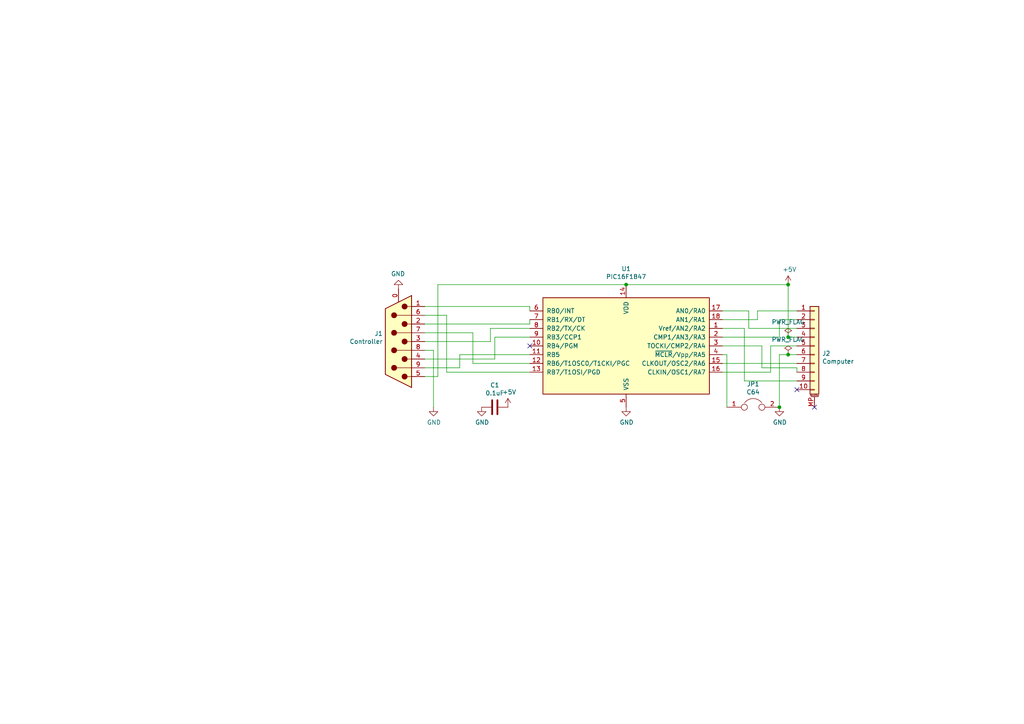
<source format=kicad_sch>
(kicad_sch
	(version 20231120)
	(generator "eeschema")
	(generator_version "8.0")
	(uuid "a08a9e43-e730-4bc0-9d66-cd3eee0e8ada")
	(paper "A4")
	(title_block
		(title "Sega Adapter")
		(date "2021-07-06")
		(rev "3")
	)
	(lib_symbols
		(symbol "Connector_Generic_MountingPin:Conn_01x10_MountingPin"
			(pin_names
				(offset 1.016) hide)
			(exclude_from_sim no)
			(in_bom yes)
			(on_board yes)
			(property "Reference" "J"
				(at 0 12.7 0)
				(effects
					(font
						(size 1.27 1.27)
					)
				)
			)
			(property "Value" "Conn_01x10_MountingPin"
				(at 1.27 -15.24 0)
				(effects
					(font
						(size 1.27 1.27)
					)
					(justify left)
				)
			)
			(property "Footprint" ""
				(at 0 0 0)
				(effects
					(font
						(size 1.27 1.27)
					)
					(hide yes)
				)
			)
			(property "Datasheet" "~"
				(at 0 0 0)
				(effects
					(font
						(size 1.27 1.27)
					)
					(hide yes)
				)
			)
			(property "Description" "Generic connectable mounting pin connector, single row, 01x10, script generated (kicad-library-utils/schlib/autogen/connector/)"
				(at 0 0 0)
				(effects
					(font
						(size 1.27 1.27)
					)
					(hide yes)
				)
			)
			(property "ki_keywords" "connector"
				(at 0 0 0)
				(effects
					(font
						(size 1.27 1.27)
					)
					(hide yes)
				)
			)
			(property "ki_fp_filters" "Connector*:*_1x??-1MP*"
				(at 0 0 0)
				(effects
					(font
						(size 1.27 1.27)
					)
					(hide yes)
				)
			)
			(symbol "Conn_01x10_MountingPin_1_1"
				(rectangle
					(start -1.27 -12.573)
					(end 0 -12.827)
					(stroke
						(width 0.1524)
						(type default)
					)
					(fill
						(type none)
					)
				)
				(rectangle
					(start -1.27 -10.033)
					(end 0 -10.287)
					(stroke
						(width 0.1524)
						(type default)
					)
					(fill
						(type none)
					)
				)
				(rectangle
					(start -1.27 -7.493)
					(end 0 -7.747)
					(stroke
						(width 0.1524)
						(type default)
					)
					(fill
						(type none)
					)
				)
				(rectangle
					(start -1.27 -4.953)
					(end 0 -5.207)
					(stroke
						(width 0.1524)
						(type default)
					)
					(fill
						(type none)
					)
				)
				(rectangle
					(start -1.27 -2.413)
					(end 0 -2.667)
					(stroke
						(width 0.1524)
						(type default)
					)
					(fill
						(type none)
					)
				)
				(rectangle
					(start -1.27 0.127)
					(end 0 -0.127)
					(stroke
						(width 0.1524)
						(type default)
					)
					(fill
						(type none)
					)
				)
				(rectangle
					(start -1.27 2.667)
					(end 0 2.413)
					(stroke
						(width 0.1524)
						(type default)
					)
					(fill
						(type none)
					)
				)
				(rectangle
					(start -1.27 5.207)
					(end 0 4.953)
					(stroke
						(width 0.1524)
						(type default)
					)
					(fill
						(type none)
					)
				)
				(rectangle
					(start -1.27 7.747)
					(end 0 7.493)
					(stroke
						(width 0.1524)
						(type default)
					)
					(fill
						(type none)
					)
				)
				(rectangle
					(start -1.27 10.287)
					(end 0 10.033)
					(stroke
						(width 0.1524)
						(type default)
					)
					(fill
						(type none)
					)
				)
				(rectangle
					(start -1.27 11.43)
					(end 1.27 -13.97)
					(stroke
						(width 0.254)
						(type default)
					)
					(fill
						(type background)
					)
				)
				(polyline
					(pts
						(xy -1.016 -14.732) (xy 1.016 -14.732)
					)
					(stroke
						(width 0.1524)
						(type default)
					)
					(fill
						(type none)
					)
				)
				(text "Mounting"
					(at 0 -14.351 0)
					(effects
						(font
							(size 0.381 0.381)
						)
					)
				)
				(pin passive line
					(at -5.08 10.16 0)
					(length 3.81)
					(name "Pin_1"
						(effects
							(font
								(size 1.27 1.27)
							)
						)
					)
					(number "1"
						(effects
							(font
								(size 1.27 1.27)
							)
						)
					)
				)
				(pin passive line
					(at -5.08 -12.7 0)
					(length 3.81)
					(name "Pin_10"
						(effects
							(font
								(size 1.27 1.27)
							)
						)
					)
					(number "10"
						(effects
							(font
								(size 1.27 1.27)
							)
						)
					)
				)
				(pin passive line
					(at -5.08 7.62 0)
					(length 3.81)
					(name "Pin_2"
						(effects
							(font
								(size 1.27 1.27)
							)
						)
					)
					(number "2"
						(effects
							(font
								(size 1.27 1.27)
							)
						)
					)
				)
				(pin passive line
					(at -5.08 5.08 0)
					(length 3.81)
					(name "Pin_3"
						(effects
							(font
								(size 1.27 1.27)
							)
						)
					)
					(number "3"
						(effects
							(font
								(size 1.27 1.27)
							)
						)
					)
				)
				(pin passive line
					(at -5.08 2.54 0)
					(length 3.81)
					(name "Pin_4"
						(effects
							(font
								(size 1.27 1.27)
							)
						)
					)
					(number "4"
						(effects
							(font
								(size 1.27 1.27)
							)
						)
					)
				)
				(pin passive line
					(at -5.08 0 0)
					(length 3.81)
					(name "Pin_5"
						(effects
							(font
								(size 1.27 1.27)
							)
						)
					)
					(number "5"
						(effects
							(font
								(size 1.27 1.27)
							)
						)
					)
				)
				(pin passive line
					(at -5.08 -2.54 0)
					(length 3.81)
					(name "Pin_6"
						(effects
							(font
								(size 1.27 1.27)
							)
						)
					)
					(number "6"
						(effects
							(font
								(size 1.27 1.27)
							)
						)
					)
				)
				(pin passive line
					(at -5.08 -5.08 0)
					(length 3.81)
					(name "Pin_7"
						(effects
							(font
								(size 1.27 1.27)
							)
						)
					)
					(number "7"
						(effects
							(font
								(size 1.27 1.27)
							)
						)
					)
				)
				(pin passive line
					(at -5.08 -7.62 0)
					(length 3.81)
					(name "Pin_8"
						(effects
							(font
								(size 1.27 1.27)
							)
						)
					)
					(number "8"
						(effects
							(font
								(size 1.27 1.27)
							)
						)
					)
				)
				(pin passive line
					(at -5.08 -10.16 0)
					(length 3.81)
					(name "Pin_9"
						(effects
							(font
								(size 1.27 1.27)
							)
						)
					)
					(number "9"
						(effects
							(font
								(size 1.27 1.27)
							)
						)
					)
				)
				(pin passive line
					(at 0 -17.78 90)
					(length 3.048)
					(name "MountPin"
						(effects
							(font
								(size 1.27 1.27)
							)
						)
					)
					(number "MP"
						(effects
							(font
								(size 1.27 1.27)
							)
						)
					)
				)
			)
		)
		(symbol "Device:C"
			(pin_numbers hide)
			(pin_names
				(offset 0.254)
			)
			(exclude_from_sim no)
			(in_bom yes)
			(on_board yes)
			(property "Reference" "C"
				(at 0.635 2.54 0)
				(effects
					(font
						(size 1.27 1.27)
					)
					(justify left)
				)
			)
			(property "Value" "C"
				(at 0.635 -2.54 0)
				(effects
					(font
						(size 1.27 1.27)
					)
					(justify left)
				)
			)
			(property "Footprint" ""
				(at 0.9652 -3.81 0)
				(effects
					(font
						(size 1.27 1.27)
					)
					(hide yes)
				)
			)
			(property "Datasheet" "~"
				(at 0 0 0)
				(effects
					(font
						(size 1.27 1.27)
					)
					(hide yes)
				)
			)
			(property "Description" "Unpolarized capacitor"
				(at 0 0 0)
				(effects
					(font
						(size 1.27 1.27)
					)
					(hide yes)
				)
			)
			(property "ki_keywords" "cap capacitor"
				(at 0 0 0)
				(effects
					(font
						(size 1.27 1.27)
					)
					(hide yes)
				)
			)
			(property "ki_fp_filters" "C_*"
				(at 0 0 0)
				(effects
					(font
						(size 1.27 1.27)
					)
					(hide yes)
				)
			)
			(symbol "C_0_1"
				(polyline
					(pts
						(xy -2.032 -0.762) (xy 2.032 -0.762)
					)
					(stroke
						(width 0.508)
						(type default)
					)
					(fill
						(type none)
					)
				)
				(polyline
					(pts
						(xy -2.032 0.762) (xy 2.032 0.762)
					)
					(stroke
						(width 0.508)
						(type default)
					)
					(fill
						(type none)
					)
				)
			)
			(symbol "C_1_1"
				(pin passive line
					(at 0 3.81 270)
					(length 2.794)
					(name "~"
						(effects
							(font
								(size 1.27 1.27)
							)
						)
					)
					(number "1"
						(effects
							(font
								(size 1.27 1.27)
							)
						)
					)
				)
				(pin passive line
					(at 0 -3.81 90)
					(length 2.794)
					(name "~"
						(effects
							(font
								(size 1.27 1.27)
							)
						)
					)
					(number "2"
						(effects
							(font
								(size 1.27 1.27)
							)
						)
					)
				)
			)
		)
		(symbol "MCU_Microchip_PIC16:PIC16F627-xxIP"
			(pin_names
				(offset 1.016)
			)
			(exclude_from_sim no)
			(in_bom yes)
			(on_board yes)
			(property "Reference" "U"
				(at -24.13 17.78 0)
				(effects
					(font
						(size 1.27 1.27)
					)
					(justify left)
				)
			)
			(property "Value" "PIC16F627-xxIP"
				(at -24.13 15.24 0)
				(effects
					(font
						(size 1.27 1.27)
					)
					(justify left)
				)
			)
			(property "Footprint" ""
				(at 0 0 0)
				(effects
					(font
						(size 1.27 1.27)
						(italic yes)
					)
					(hide yes)
				)
			)
			(property "Datasheet" "http://ww1.microchip.com/downloads/en/DeviceDoc/40300c.pdf"
				(at 0 0 0)
				(effects
					(font
						(size 1.27 1.27)
					)
					(hide yes)
				)
			)
			(property "Description" "1024W Flash, 224B SRAM, 128B EEPROM, DIP18"
				(at 0 0 0)
				(effects
					(font
						(size 1.27 1.27)
					)
					(hide yes)
				)
			)
			(property "ki_keywords" "FLASH-Based 8-Bit CMOS Microcontroller"
				(at 0 0 0)
				(effects
					(font
						(size 1.27 1.27)
					)
					(hide yes)
				)
			)
			(property "ki_fp_filters" "DIP* PDIP*"
				(at 0 0 0)
				(effects
					(font
						(size 1.27 1.27)
					)
					(hide yes)
				)
			)
			(symbol "PIC16F627-xxIP_0_1"
				(rectangle
					(start 24.13 13.97)
					(end -24.13 -13.97)
					(stroke
						(width 0.254)
						(type default)
					)
					(fill
						(type background)
					)
				)
			)
			(symbol "PIC16F627-xxIP_1_1"
				(pin bidirectional line
					(at 27.94 5.08 180)
					(length 3.81)
					(name "Vref/AN2/RA2"
						(effects
							(font
								(size 1.27 1.27)
							)
						)
					)
					(number "1"
						(effects
							(font
								(size 1.27 1.27)
							)
						)
					)
				)
				(pin bidirectional line
					(at -27.94 0 0)
					(length 3.81)
					(name "RB4/PGM"
						(effects
							(font
								(size 1.27 1.27)
							)
						)
					)
					(number "10"
						(effects
							(font
								(size 1.27 1.27)
							)
						)
					)
				)
				(pin bidirectional line
					(at -27.94 -2.54 0)
					(length 3.81)
					(name "RB5"
						(effects
							(font
								(size 1.27 1.27)
							)
						)
					)
					(number "11"
						(effects
							(font
								(size 1.27 1.27)
							)
						)
					)
				)
				(pin bidirectional line
					(at -27.94 -5.08 0)
					(length 3.81)
					(name "RB6/T1OSC0/T1CKI/PGC"
						(effects
							(font
								(size 1.27 1.27)
							)
						)
					)
					(number "12"
						(effects
							(font
								(size 1.27 1.27)
							)
						)
					)
				)
				(pin bidirectional line
					(at -27.94 -7.62 0)
					(length 3.81)
					(name "RB7/T1OSI/PGD"
						(effects
							(font
								(size 1.27 1.27)
							)
						)
					)
					(number "13"
						(effects
							(font
								(size 1.27 1.27)
							)
						)
					)
				)
				(pin power_in line
					(at 0 17.78 270)
					(length 3.81)
					(name "VDD"
						(effects
							(font
								(size 1.27 1.27)
							)
						)
					)
					(number "14"
						(effects
							(font
								(size 1.27 1.27)
							)
						)
					)
				)
				(pin bidirectional line
					(at 27.94 -5.08 180)
					(length 3.81)
					(name "CLKOUT/OSC2/RA6"
						(effects
							(font
								(size 1.27 1.27)
							)
						)
					)
					(number "15"
						(effects
							(font
								(size 1.27 1.27)
							)
						)
					)
				)
				(pin bidirectional line
					(at 27.94 -7.62 180)
					(length 3.81)
					(name "CLKIN/OSC1/RA7"
						(effects
							(font
								(size 1.27 1.27)
							)
						)
					)
					(number "16"
						(effects
							(font
								(size 1.27 1.27)
							)
						)
					)
				)
				(pin bidirectional line
					(at 27.94 10.16 180)
					(length 3.81)
					(name "AN0/RA0"
						(effects
							(font
								(size 1.27 1.27)
							)
						)
					)
					(number "17"
						(effects
							(font
								(size 1.27 1.27)
							)
						)
					)
				)
				(pin bidirectional line
					(at 27.94 7.62 180)
					(length 3.81)
					(name "AN1/RA1"
						(effects
							(font
								(size 1.27 1.27)
							)
						)
					)
					(number "18"
						(effects
							(font
								(size 1.27 1.27)
							)
						)
					)
				)
				(pin bidirectional line
					(at 27.94 2.54 180)
					(length 3.81)
					(name "CMP1/AN3/RA3"
						(effects
							(font
								(size 1.27 1.27)
							)
						)
					)
					(number "2"
						(effects
							(font
								(size 1.27 1.27)
							)
						)
					)
				)
				(pin bidirectional line
					(at 27.94 0 180)
					(length 3.81)
					(name "TOCKI/CMP2/RA4"
						(effects
							(font
								(size 1.27 1.27)
							)
						)
					)
					(number "3"
						(effects
							(font
								(size 1.27 1.27)
							)
						)
					)
				)
				(pin input line
					(at 27.94 -2.54 180)
					(length 3.81)
					(name "~{MCLR}/Vpp/RA5"
						(effects
							(font
								(size 1.27 1.27)
							)
						)
					)
					(number "4"
						(effects
							(font
								(size 1.27 1.27)
							)
						)
					)
				)
				(pin power_in line
					(at 0 -17.78 90)
					(length 3.81)
					(name "VSS"
						(effects
							(font
								(size 1.27 1.27)
							)
						)
					)
					(number "5"
						(effects
							(font
								(size 1.27 1.27)
							)
						)
					)
				)
				(pin bidirectional line
					(at -27.94 10.16 0)
					(length 3.81)
					(name "RB0/INT"
						(effects
							(font
								(size 1.27 1.27)
							)
						)
					)
					(number "6"
						(effects
							(font
								(size 1.27 1.27)
							)
						)
					)
				)
				(pin bidirectional line
					(at -27.94 7.62 0)
					(length 3.81)
					(name "RB1/RX/DT"
						(effects
							(font
								(size 1.27 1.27)
							)
						)
					)
					(number "7"
						(effects
							(font
								(size 1.27 1.27)
							)
						)
					)
				)
				(pin bidirectional line
					(at -27.94 5.08 0)
					(length 3.81)
					(name "RB2/TX/CK"
						(effects
							(font
								(size 1.27 1.27)
							)
						)
					)
					(number "8"
						(effects
							(font
								(size 1.27 1.27)
							)
						)
					)
				)
				(pin bidirectional line
					(at -27.94 2.54 0)
					(length 3.81)
					(name "RB3/CCP1"
						(effects
							(font
								(size 1.27 1.27)
							)
						)
					)
					(number "9"
						(effects
							(font
								(size 1.27 1.27)
							)
						)
					)
				)
			)
		)
		(symbol "Sega Adapter-rescue:+5V-power"
			(power)
			(pin_names
				(offset 0)
			)
			(exclude_from_sim no)
			(in_bom yes)
			(on_board yes)
			(property "Reference" "#PWR"
				(at 0 -3.81 0)
				(effects
					(font
						(size 1.27 1.27)
					)
					(hide yes)
				)
			)
			(property "Value" "power_+5V"
				(at 0 3.556 0)
				(effects
					(font
						(size 1.27 1.27)
					)
				)
			)
			(property "Footprint" ""
				(at 0 0 0)
				(effects
					(font
						(size 1.27 1.27)
					)
					(hide yes)
				)
			)
			(property "Datasheet" ""
				(at 0 0 0)
				(effects
					(font
						(size 1.27 1.27)
					)
					(hide yes)
				)
			)
			(property "Description" ""
				(at 0 0 0)
				(effects
					(font
						(size 1.27 1.27)
					)
					(hide yes)
				)
			)
			(symbol "+5V-power_0_1"
				(polyline
					(pts
						(xy -0.762 1.27) (xy 0 2.54)
					)
					(stroke
						(width 0)
						(type solid)
					)
					(fill
						(type none)
					)
				)
				(polyline
					(pts
						(xy 0 0) (xy 0 2.54)
					)
					(stroke
						(width 0)
						(type solid)
					)
					(fill
						(type none)
					)
				)
				(polyline
					(pts
						(xy 0 2.54) (xy 0.762 1.27)
					)
					(stroke
						(width 0)
						(type solid)
					)
					(fill
						(type none)
					)
				)
			)
			(symbol "+5V-power_1_1"
				(pin power_in line
					(at 0 0 90)
					(length 0) hide
					(name "+5V"
						(effects
							(font
								(size 1.27 1.27)
							)
						)
					)
					(number "1"
						(effects
							(font
								(size 1.27 1.27)
							)
						)
					)
				)
			)
		)
		(symbol "Sega Adapter-rescue:DB9_Male_MountingHoles-Connector"
			(pin_names
				(offset 1.016) hide)
			(exclude_from_sim no)
			(in_bom yes)
			(on_board yes)
			(property "Reference" "J"
				(at 0 16.51 0)
				(effects
					(font
						(size 1.27 1.27)
					)
				)
			)
			(property "Value" "Connector_DB9_Male_MountingHoles"
				(at 0 14.605 0)
				(effects
					(font
						(size 1.27 1.27)
					)
				)
			)
			(property "Footprint" ""
				(at 0 0 0)
				(effects
					(font
						(size 1.27 1.27)
					)
					(hide yes)
				)
			)
			(property "Datasheet" ""
				(at 0 0 0)
				(effects
					(font
						(size 1.27 1.27)
					)
					(hide yes)
				)
			)
			(property "Description" ""
				(at 0 0 0)
				(effects
					(font
						(size 1.27 1.27)
					)
					(hide yes)
				)
			)
			(property "ki_fp_filters" "DSUB*Male*"
				(at 0 0 0)
				(effects
					(font
						(size 1.27 1.27)
					)
					(hide yes)
				)
			)
			(symbol "DB9_Male_MountingHoles-Connector_0_1"
				(circle
					(center -1.778 -10.16)
					(radius 0.762)
					(stroke
						(width 0)
						(type solid)
					)
					(fill
						(type outline)
					)
				)
				(circle
					(center -1.778 -5.08)
					(radius 0.762)
					(stroke
						(width 0)
						(type solid)
					)
					(fill
						(type outline)
					)
				)
				(circle
					(center -1.778 0)
					(radius 0.762)
					(stroke
						(width 0)
						(type solid)
					)
					(fill
						(type outline)
					)
				)
				(circle
					(center -1.778 5.08)
					(radius 0.762)
					(stroke
						(width 0)
						(type solid)
					)
					(fill
						(type outline)
					)
				)
				(circle
					(center -1.778 10.16)
					(radius 0.762)
					(stroke
						(width 0)
						(type solid)
					)
					(fill
						(type outline)
					)
				)
				(polyline
					(pts
						(xy -3.81 -10.16) (xy -2.54 -10.16)
					)
					(stroke
						(width 0)
						(type solid)
					)
					(fill
						(type none)
					)
				)
				(polyline
					(pts
						(xy -3.81 -7.62) (xy 0.508 -7.62)
					)
					(stroke
						(width 0)
						(type solid)
					)
					(fill
						(type none)
					)
				)
				(polyline
					(pts
						(xy -3.81 -5.08) (xy -2.54 -5.08)
					)
					(stroke
						(width 0)
						(type solid)
					)
					(fill
						(type none)
					)
				)
				(polyline
					(pts
						(xy -3.81 -2.54) (xy 0.508 -2.54)
					)
					(stroke
						(width 0)
						(type solid)
					)
					(fill
						(type none)
					)
				)
				(polyline
					(pts
						(xy -3.81 0) (xy -2.54 0)
					)
					(stroke
						(width 0)
						(type solid)
					)
					(fill
						(type none)
					)
				)
				(polyline
					(pts
						(xy -3.81 2.54) (xy 0.508 2.54)
					)
					(stroke
						(width 0)
						(type solid)
					)
					(fill
						(type none)
					)
				)
				(polyline
					(pts
						(xy -3.81 5.08) (xy -2.54 5.08)
					)
					(stroke
						(width 0)
						(type solid)
					)
					(fill
						(type none)
					)
				)
				(polyline
					(pts
						(xy -3.81 7.62) (xy 0.508 7.62)
					)
					(stroke
						(width 0)
						(type solid)
					)
					(fill
						(type none)
					)
				)
				(polyline
					(pts
						(xy -3.81 10.16) (xy -2.54 10.16)
					)
					(stroke
						(width 0)
						(type solid)
					)
					(fill
						(type none)
					)
				)
				(polyline
					(pts
						(xy -3.81 -13.335) (xy -3.81 13.335) (xy 3.81 9.525) (xy 3.81 -9.525) (xy -3.81 -13.335)
					)
					(stroke
						(width 0.254)
						(type solid)
					)
					(fill
						(type background)
					)
				)
				(circle
					(center 1.27 -7.62)
					(radius 0.762)
					(stroke
						(width 0)
						(type solid)
					)
					(fill
						(type outline)
					)
				)
				(circle
					(center 1.27 -2.54)
					(radius 0.762)
					(stroke
						(width 0)
						(type solid)
					)
					(fill
						(type outline)
					)
				)
				(circle
					(center 1.27 2.54)
					(radius 0.762)
					(stroke
						(width 0)
						(type solid)
					)
					(fill
						(type outline)
					)
				)
				(circle
					(center 1.27 7.62)
					(radius 0.762)
					(stroke
						(width 0)
						(type solid)
					)
					(fill
						(type outline)
					)
				)
			)
			(symbol "DB9_Male_MountingHoles-Connector_1_1"
				(pin passive line
					(at 0 -15.24 90)
					(length 3.81)
					(name "PAD"
						(effects
							(font
								(size 1.27 1.27)
							)
						)
					)
					(number "0"
						(effects
							(font
								(size 1.27 1.27)
							)
						)
					)
				)
				(pin passive line
					(at -7.62 -10.16 0)
					(length 3.81)
					(name "1"
						(effects
							(font
								(size 1.27 1.27)
							)
						)
					)
					(number "1"
						(effects
							(font
								(size 1.27 1.27)
							)
						)
					)
				)
				(pin passive line
					(at -7.62 -5.08 0)
					(length 3.81)
					(name "2"
						(effects
							(font
								(size 1.27 1.27)
							)
						)
					)
					(number "2"
						(effects
							(font
								(size 1.27 1.27)
							)
						)
					)
				)
				(pin passive line
					(at -7.62 0 0)
					(length 3.81)
					(name "3"
						(effects
							(font
								(size 1.27 1.27)
							)
						)
					)
					(number "3"
						(effects
							(font
								(size 1.27 1.27)
							)
						)
					)
				)
				(pin passive line
					(at -7.62 5.08 0)
					(length 3.81)
					(name "4"
						(effects
							(font
								(size 1.27 1.27)
							)
						)
					)
					(number "4"
						(effects
							(font
								(size 1.27 1.27)
							)
						)
					)
				)
				(pin passive line
					(at -7.62 10.16 0)
					(length 3.81)
					(name "5"
						(effects
							(font
								(size 1.27 1.27)
							)
						)
					)
					(number "5"
						(effects
							(font
								(size 1.27 1.27)
							)
						)
					)
				)
				(pin passive line
					(at -7.62 -7.62 0)
					(length 3.81)
					(name "6"
						(effects
							(font
								(size 1.27 1.27)
							)
						)
					)
					(number "6"
						(effects
							(font
								(size 1.27 1.27)
							)
						)
					)
				)
				(pin passive line
					(at -7.62 -2.54 0)
					(length 3.81)
					(name "7"
						(effects
							(font
								(size 1.27 1.27)
							)
						)
					)
					(number "7"
						(effects
							(font
								(size 1.27 1.27)
							)
						)
					)
				)
				(pin passive line
					(at -7.62 2.54 0)
					(length 3.81)
					(name "8"
						(effects
							(font
								(size 1.27 1.27)
							)
						)
					)
					(number "8"
						(effects
							(font
								(size 1.27 1.27)
							)
						)
					)
				)
				(pin passive line
					(at -7.62 7.62 0)
					(length 3.81)
					(name "9"
						(effects
							(font
								(size 1.27 1.27)
							)
						)
					)
					(number "9"
						(effects
							(font
								(size 1.27 1.27)
							)
						)
					)
				)
			)
		)
		(symbol "Sega Adapter-rescue:GND-power"
			(power)
			(pin_names
				(offset 0)
			)
			(exclude_from_sim no)
			(in_bom yes)
			(on_board yes)
			(property "Reference" "#PWR"
				(at 0 -6.35 0)
				(effects
					(font
						(size 1.27 1.27)
					)
					(hide yes)
				)
			)
			(property "Value" "power_GND"
				(at 0 -3.81 0)
				(effects
					(font
						(size 1.27 1.27)
					)
				)
			)
			(property "Footprint" ""
				(at 0 0 0)
				(effects
					(font
						(size 1.27 1.27)
					)
					(hide yes)
				)
			)
			(property "Datasheet" ""
				(at 0 0 0)
				(effects
					(font
						(size 1.27 1.27)
					)
					(hide yes)
				)
			)
			(property "Description" ""
				(at 0 0 0)
				(effects
					(font
						(size 1.27 1.27)
					)
					(hide yes)
				)
			)
			(symbol "GND-power_0_1"
				(polyline
					(pts
						(xy 0 0) (xy 0 -1.27) (xy 1.27 -1.27) (xy 0 -2.54) (xy -1.27 -1.27) (xy 0 -1.27)
					)
					(stroke
						(width 0)
						(type solid)
					)
					(fill
						(type none)
					)
				)
			)
			(symbol "GND-power_1_1"
				(pin power_in line
					(at 0 0 270)
					(length 0) hide
					(name "GND"
						(effects
							(font
								(size 1.27 1.27)
							)
						)
					)
					(number "1"
						(effects
							(font
								(size 1.27 1.27)
							)
						)
					)
				)
			)
		)
		(symbol "Sega Adapter-rescue:Jumper-Device"
			(pin_names
				(offset 0.762) hide)
			(exclude_from_sim no)
			(in_bom yes)
			(on_board yes)
			(property "Reference" "JP"
				(at 0 3.81 0)
				(effects
					(font
						(size 1.27 1.27)
					)
				)
			)
			(property "Value" "Device_Jumper"
				(at 0 -2.032 0)
				(effects
					(font
						(size 1.27 1.27)
					)
				)
			)
			(property "Footprint" ""
				(at 0 0 0)
				(effects
					(font
						(size 1.27 1.27)
					)
					(hide yes)
				)
			)
			(property "Datasheet" ""
				(at 0 0 0)
				(effects
					(font
						(size 1.27 1.27)
					)
					(hide yes)
				)
			)
			(property "Description" ""
				(at 0 0 0)
				(effects
					(font
						(size 1.27 1.27)
					)
					(hide yes)
				)
			)
			(property "ki_fp_filters" "SolderJumper* Jumper* TestPoint*2Pads* TestPoint*Bridge*"
				(at 0 0 0)
				(effects
					(font
						(size 1.27 1.27)
					)
					(hide yes)
				)
			)
			(symbol "Jumper-Device_0_1"
				(circle
					(center -2.54 0)
					(radius 0.889)
					(stroke
						(width 0)
						(type solid)
					)
					(fill
						(type none)
					)
				)
				(arc
					(start 2.5146 1.27)
					(mid 0.0078 2.5097)
					(end -2.4892 1.27)
					(stroke
						(width 0)
						(type solid)
					)
					(fill
						(type none)
					)
				)
				(circle
					(center 2.54 0)
					(radius 0.889)
					(stroke
						(width 0)
						(type solid)
					)
					(fill
						(type none)
					)
				)
				(pin passive line
					(at -7.62 0 0)
					(length 4.191)
					(name "1"
						(effects
							(font
								(size 1.27 1.27)
							)
						)
					)
					(number "1"
						(effects
							(font
								(size 1.27 1.27)
							)
						)
					)
				)
				(pin passive line
					(at 7.62 0 180)
					(length 4.191)
					(name "2"
						(effects
							(font
								(size 1.27 1.27)
							)
						)
					)
					(number "2"
						(effects
							(font
								(size 1.27 1.27)
							)
						)
					)
				)
			)
		)
		(symbol "Sega Adapter-rescue:PWR_FLAG-power"
			(power)
			(pin_numbers hide)
			(pin_names
				(offset 0) hide)
			(exclude_from_sim no)
			(in_bom yes)
			(on_board yes)
			(property "Reference" "#FLG"
				(at 0 1.905 0)
				(effects
					(font
						(size 1.27 1.27)
					)
					(hide yes)
				)
			)
			(property "Value" "power_PWR_FLAG"
				(at 0 3.81 0)
				(effects
					(font
						(size 1.27 1.27)
					)
				)
			)
			(property "Footprint" ""
				(at 0 0 0)
				(effects
					(font
						(size 1.27 1.27)
					)
					(hide yes)
				)
			)
			(property "Datasheet" ""
				(at 0 0 0)
				(effects
					(font
						(size 1.27 1.27)
					)
					(hide yes)
				)
			)
			(property "Description" ""
				(at 0 0 0)
				(effects
					(font
						(size 1.27 1.27)
					)
					(hide yes)
				)
			)
			(symbol "PWR_FLAG-power_0_0"
				(pin power_out line
					(at 0 0 90)
					(length 0)
					(name "pwr"
						(effects
							(font
								(size 1.27 1.27)
							)
						)
					)
					(number "1"
						(effects
							(font
								(size 1.27 1.27)
							)
						)
					)
				)
			)
			(symbol "PWR_FLAG-power_0_1"
				(polyline
					(pts
						(xy 0 0) (xy 0 1.27) (xy -1.016 1.905) (xy 0 2.54) (xy 1.016 1.905) (xy 0 1.27)
					)
					(stroke
						(width 0)
						(type solid)
					)
					(fill
						(type none)
					)
				)
			)
		)
	)
	(junction
		(at 228.6 102.87)
		(diameter 0)
		(color 0 0 0 0)
		(uuid "1ca42900-d461-4310-b306-d945c63477ba")
	)
	(junction
		(at 226.06 118.11)
		(diameter 0)
		(color 0 0 0 0)
		(uuid "521a54bf-b8bd-4c8a-962f-672427a2897f")
	)
	(junction
		(at 181.61 82.55)
		(diameter 0)
		(color 0 0 0 0)
		(uuid "74a169bb-f9d1-4d41-bfe2-27bebd552f8d")
	)
	(junction
		(at 228.6 97.79)
		(diameter 0)
		(color 0 0 0 0)
		(uuid "b08ac144-b1a0-4895-9a47-1db89c699cde")
	)
	(junction
		(at 228.6 82.55)
		(diameter 0)
		(color 0 0 0 0)
		(uuid "c62035eb-5588-43d0-9055-ab1e19495137")
	)
	(no_connect
		(at 236.22 118.11)
		(uuid "4da54441-6201-4d86-bc9d-d1570a2b3a0e")
	)
	(no_connect
		(at 231.14 113.03)
		(uuid "5a6f7aee-3b88-4254-ae79-ddcdcca2ff0f")
	)
	(no_connect
		(at 153.67 100.33)
		(uuid "cd23d9b2-74b7-47da-bb2a-19406c6e6f5d")
	)
	(wire
		(pts
			(xy 209.55 100.33) (xy 220.98 100.33)
		)
		(stroke
			(width 0)
			(type default)
		)
		(uuid "03245268-ad5a-4a2b-8f28-f43ea5796fee")
	)
	(wire
		(pts
			(xy 123.19 96.52) (xy 137.16 96.52)
		)
		(stroke
			(width 0)
			(type default)
		)
		(uuid "11b1af9c-08b1-4b4d-a092-18980501df51")
	)
	(wire
		(pts
			(xy 209.55 97.79) (xy 226.06 97.79)
		)
		(stroke
			(width 0)
			(type default)
		)
		(uuid "15cbdf31-18d1-4c7e-9f23-8446e4317e57")
	)
	(wire
		(pts
			(xy 209.55 107.95) (xy 223.52 107.95)
		)
		(stroke
			(width 0)
			(type default)
		)
		(uuid "169e6c75-e53b-4de8-a7d7-acd1224562f1")
	)
	(wire
		(pts
			(xy 143.51 97.79) (xy 153.67 97.79)
		)
		(stroke
			(width 0)
			(type default)
		)
		(uuid "3c7aea97-a62f-4b04-9a09-4e9610c63089")
	)
	(wire
		(pts
			(xy 209.55 102.87) (xy 210.82 102.87)
		)
		(stroke
			(width 0)
			(type default)
		)
		(uuid "3f6a5644-c99a-4a3e-a00b-bda44c6d3ccb")
	)
	(wire
		(pts
			(xy 133.35 106.68) (xy 133.35 102.87)
		)
		(stroke
			(width 0)
			(type default)
		)
		(uuid "410bf940-da67-485c-9d93-b2022de51b0f")
	)
	(wire
		(pts
			(xy 215.9 95.25) (xy 215.9 110.49)
		)
		(stroke
			(width 0)
			(type default)
		)
		(uuid "423b7772-f076-4c47-957a-8ec0b62d2595")
	)
	(wire
		(pts
			(xy 123.19 88.9) (xy 153.67 88.9)
		)
		(stroke
			(width 0)
			(type default)
		)
		(uuid "434c6782-d561-4c5a-8134-74bb9eaf69c2")
	)
	(wire
		(pts
			(xy 127 82.55) (xy 181.61 82.55)
		)
		(stroke
			(width 0)
			(type default)
		)
		(uuid "46cd2d4b-a68b-4fcd-aef9-77097a2a2b3c")
	)
	(wire
		(pts
			(xy 181.61 82.55) (xy 228.6 82.55)
		)
		(stroke
			(width 0)
			(type default)
		)
		(uuid "46ec7811-0004-47c4-9fc8-1e51d702da71")
	)
	(wire
		(pts
			(xy 123.19 93.98) (xy 153.67 93.98)
		)
		(stroke
			(width 0)
			(type default)
		)
		(uuid "494790be-f362-4f69-bc7d-716689c4c569")
	)
	(wire
		(pts
			(xy 209.55 105.41) (xy 231.14 105.41)
		)
		(stroke
			(width 0)
			(type default)
		)
		(uuid "4a5e2cb5-5a93-4f46-8acc-cd9a06197f2f")
	)
	(wire
		(pts
			(xy 127 109.22) (xy 127 82.55)
		)
		(stroke
			(width 0)
			(type default)
		)
		(uuid "4c52085e-2493-441c-bfce-46d74347b115")
	)
	(wire
		(pts
			(xy 215.9 110.49) (xy 231.14 110.49)
		)
		(stroke
			(width 0)
			(type default)
		)
		(uuid "52485fe2-b42f-4592-9c89-39c986f166c7")
	)
	(wire
		(pts
			(xy 137.16 96.52) (xy 137.16 105.41)
		)
		(stroke
			(width 0)
			(type default)
		)
		(uuid "6289b0e5-26b0-4d27-9d5c-add46f5b408a")
	)
	(wire
		(pts
			(xy 217.17 95.25) (xy 231.14 95.25)
		)
		(stroke
			(width 0)
			(type default)
		)
		(uuid "64e101b6-da3c-43ca-b62a-fa7373d48989")
	)
	(wire
		(pts
			(xy 129.54 91.44) (xy 129.54 107.95)
		)
		(stroke
			(width 0)
			(type default)
		)
		(uuid "65f1697b-b956-47c6-9aae-a814741b12fa")
	)
	(wire
		(pts
			(xy 143.51 104.14) (xy 143.51 97.79)
		)
		(stroke
			(width 0)
			(type default)
		)
		(uuid "73bade5d-1232-4004-8aa1-0f45e529dee1")
	)
	(wire
		(pts
			(xy 123.19 101.6) (xy 125.73 101.6)
		)
		(stroke
			(width 0)
			(type default)
		)
		(uuid "783e5e54-74b3-421e-9e07-e562bd5d8f78")
	)
	(wire
		(pts
			(xy 220.98 100.33) (xy 220.98 106.68)
		)
		(stroke
			(width 0)
			(type default)
		)
		(uuid "80b4f813-e7f7-4846-b45a-442f95d765e7")
	)
	(wire
		(pts
			(xy 226.06 97.79) (xy 226.06 92.71)
		)
		(stroke
			(width 0)
			(type default)
		)
		(uuid "81ec6537-1842-4452-9fd2-d59114ddb9b0")
	)
	(wire
		(pts
			(xy 228.6 97.79) (xy 228.6 82.55)
		)
		(stroke
			(width 0)
			(type default)
		)
		(uuid "85adaecd-7c8c-4f1b-857e-6b4d325a5a96")
	)
	(wire
		(pts
			(xy 209.55 95.25) (xy 215.9 95.25)
		)
		(stroke
			(width 0)
			(type default)
		)
		(uuid "87241a15-a2f0-4b07-9b7e-b8cdf1e75472")
	)
	(wire
		(pts
			(xy 142.24 95.25) (xy 153.67 95.25)
		)
		(stroke
			(width 0)
			(type default)
		)
		(uuid "886b3a0b-8518-44c9-8c71-baec08afb682")
	)
	(wire
		(pts
			(xy 123.19 99.06) (xy 142.24 99.06)
		)
		(stroke
			(width 0)
			(type default)
		)
		(uuid "8a86537c-1264-4c19-8391-73df9a5237e5")
	)
	(wire
		(pts
			(xy 210.82 102.87) (xy 210.82 118.11)
		)
		(stroke
			(width 0)
			(type default)
		)
		(uuid "8b67834e-4e3d-45de-9ad6-1eb2d476bc18")
	)
	(wire
		(pts
			(xy 153.67 88.9) (xy 153.67 90.17)
		)
		(stroke
			(width 0)
			(type default)
		)
		(uuid "8e0afd64-813e-420b-8afc-9cae7c7b6e31")
	)
	(wire
		(pts
			(xy 231.14 102.87) (xy 228.6 102.87)
		)
		(stroke
			(width 0)
			(type default)
		)
		(uuid "93c80b24-a096-4a3f-ac3c-bc150c81b063")
	)
	(wire
		(pts
			(xy 209.55 92.71) (xy 219.71 92.71)
		)
		(stroke
			(width 0)
			(type default)
		)
		(uuid "9617db0c-0dab-4a57-9bb7-76eba9e2e98a")
	)
	(wire
		(pts
			(xy 123.19 104.14) (xy 143.51 104.14)
		)
		(stroke
			(width 0)
			(type default)
		)
		(uuid "9b0c8de4-0f92-4fa1-8835-51646a67dc29")
	)
	(wire
		(pts
			(xy 231.14 97.79) (xy 228.6 97.79)
		)
		(stroke
			(width 0)
			(type default)
		)
		(uuid "9c310d5b-7eea-418a-be24-3c9c1b5e2931")
	)
	(wire
		(pts
			(xy 133.35 102.87) (xy 153.67 102.87)
		)
		(stroke
			(width 0)
			(type default)
		)
		(uuid "a0999115-15ed-4dfb-b50d-148de2ea2018")
	)
	(wire
		(pts
			(xy 226.06 102.87) (xy 228.6 102.87)
		)
		(stroke
			(width 0)
			(type default)
		)
		(uuid "a0e7b495-41d8-45c6-8c10-c4d44e4085f7")
	)
	(wire
		(pts
			(xy 226.06 102.87) (xy 226.06 118.11)
		)
		(stroke
			(width 0)
			(type default)
		)
		(uuid "a1c7a464-4455-4cbe-87e6-192b5578e3ec")
	)
	(wire
		(pts
			(xy 219.71 92.71) (xy 219.71 90.17)
		)
		(stroke
			(width 0)
			(type default)
		)
		(uuid "a58523ea-8c6c-43dc-9f3e-6e2eeef273c0")
	)
	(wire
		(pts
			(xy 142.24 99.06) (xy 142.24 95.25)
		)
		(stroke
			(width 0)
			(type default)
		)
		(uuid "aaad7030-c694-49bc-8ab8-dc8e44dd9ea8")
	)
	(wire
		(pts
			(xy 219.71 90.17) (xy 231.14 90.17)
		)
		(stroke
			(width 0)
			(type default)
		)
		(uuid "b85f2221-a1fb-461f-bb41-ddab9f96341a")
	)
	(wire
		(pts
			(xy 153.67 93.98) (xy 153.67 92.71)
		)
		(stroke
			(width 0)
			(type default)
		)
		(uuid "b99c382f-2b21-4e3a-9e34-c14d00b7b2dd")
	)
	(wire
		(pts
			(xy 223.52 107.95) (xy 223.52 100.33)
		)
		(stroke
			(width 0)
			(type default)
		)
		(uuid "beac200d-fe4d-4187-bc79-9c66f7153477")
	)
	(wire
		(pts
			(xy 231.14 106.68) (xy 231.14 107.95)
		)
		(stroke
			(width 0)
			(type default)
		)
		(uuid "c4278444-b85c-412d-8bad-49b710d7b5c7")
	)
	(wire
		(pts
			(xy 123.19 106.68) (xy 133.35 106.68)
		)
		(stroke
			(width 0)
			(type default)
		)
		(uuid "c590adf0-2a03-4e20-8122-ce017e5ae821")
	)
	(wire
		(pts
			(xy 123.19 109.22) (xy 127 109.22)
		)
		(stroke
			(width 0)
			(type default)
		)
		(uuid "cbddb008-05eb-4a3c-b354-f815bcda5162")
	)
	(wire
		(pts
			(xy 220.98 106.68) (xy 231.14 106.68)
		)
		(stroke
			(width 0)
			(type default)
		)
		(uuid "cc9ae62a-5e90-456f-b50f-291b9d0498c9")
	)
	(wire
		(pts
			(xy 129.54 107.95) (xy 153.67 107.95)
		)
		(stroke
			(width 0)
			(type default)
		)
		(uuid "d3b49411-1349-4e5f-bb01-0f52f3b715af")
	)
	(wire
		(pts
			(xy 223.52 100.33) (xy 231.14 100.33)
		)
		(stroke
			(width 0)
			(type default)
		)
		(uuid "ddce9e48-defb-4a12-80e0-0711031dda75")
	)
	(wire
		(pts
			(xy 123.19 91.44) (xy 129.54 91.44)
		)
		(stroke
			(width 0)
			(type default)
		)
		(uuid "df7b342c-23e4-4f5d-a648-bd8460c276b4")
	)
	(wire
		(pts
			(xy 125.73 101.6) (xy 125.73 118.11)
		)
		(stroke
			(width 0)
			(type default)
		)
		(uuid "e036da8a-9489-412a-b8f0-993c18c5ee4b")
	)
	(wire
		(pts
			(xy 226.06 92.71) (xy 231.14 92.71)
		)
		(stroke
			(width 0)
			(type default)
		)
		(uuid "e881ad90-4b89-4f45-8420-a2094661cda4")
	)
	(wire
		(pts
			(xy 209.55 90.17) (xy 217.17 90.17)
		)
		(stroke
			(width 0)
			(type default)
		)
		(uuid "ebef0f3f-4565-459c-bd8a-874fcfbd99a4")
	)
	(wire
		(pts
			(xy 137.16 105.41) (xy 153.67 105.41)
		)
		(stroke
			(width 0)
			(type default)
		)
		(uuid "f27fe5bf-4245-474b-bcff-80bbae3bc019")
	)
	(wire
		(pts
			(xy 217.17 90.17) (xy 217.17 95.25)
		)
		(stroke
			(width 0)
			(type default)
		)
		(uuid "f37d7f52-e65b-4fcd-bba4-24fa4924a1f3")
	)
	(symbol
		(lib_id "Device:C")
		(at 143.51 118.11 90)
		(unit 1)
		(exclude_from_sim no)
		(in_bom yes)
		(on_board yes)
		(dnp no)
		(uuid "00000000-0000-0000-0000-0000601532c7")
		(property "Reference" "C1"
			(at 143.51 111.7092 90)
			(effects
				(font
					(size 1.27 1.27)
				)
			)
		)
		(property "Value" "0.1uF"
			(at 143.51 114.0206 90)
			(effects
				(font
					(size 1.27 1.27)
				)
			)
		)
		(property "Footprint" "Capacitor_THT:C_Axial_L3.8mm_D2.6mm_P7.50mm_Horizontal"
			(at 147.32 117.1448 0)
			(effects
				(font
					(size 1.27 1.27)
				)
				(hide yes)
			)
		)
		(property "Datasheet" "https://www.vishay.com/docs/45164/aseries.pdf"
			(at 143.51 118.11 0)
			(effects
				(font
					(size 1.27 1.27)
				)
				(hide yes)
			)
		)
		(property "Description" "A104K15X7RF5TAA"
			(at 143.51 118.11 0)
			(effects
				(font
					(size 1.27 1.27)
				)
				(hide yes)
			)
		)
		(property "Digikey" "1109PHCT-ND"
			(at 143.51 118.11 0)
			(effects
				(font
					(size 1.27 1.27)
				)
				(hide yes)
			)
		)
		(property "Mouser" " 594-A104K15X7RF5TAA "
			(at 143.51 118.11 0)
			(effects
				(font
					(size 1.27 1.27)
				)
				(hide yes)
			)
		)
		(property "RS PRO" ""
			(at 143.51 118.11 0)
			(effects
				(font
					(size 1.27 1.27)
				)
				(hide yes)
			)
		)
		(pin "2"
			(uuid "c56ebcab-5067-4384-84eb-c3897d44d01b")
		)
		(pin "1"
			(uuid "a96d8c6d-5f53-471f-abf5-952b9378581f")
		)
		(instances
			(project ""
				(path "/a08a9e43-e730-4bc0-9d66-cd3eee0e8ada"
					(reference "C1")
					(unit 1)
				)
			)
		)
	)
	(symbol
		(lib_id "MCU_Microchip_PIC16:PIC16F627-xxIP")
		(at 181.61 100.33 0)
		(unit 1)
		(exclude_from_sim no)
		(in_bom yes)
		(on_board yes)
		(dnp no)
		(uuid "00000000-0000-0000-0000-0000601eb7c3")
		(property "Reference" "U1"
			(at 181.61 77.9526 0)
			(effects
				(font
					(size 1.27 1.27)
				)
			)
		)
		(property "Value" "PIC16F1847"
			(at 181.61 80.264 0)
			(effects
				(font
					(size 1.27 1.27)
				)
			)
		)
		(property "Footprint" "Package_DIP:DIP-18_W7.62mm"
			(at 181.61 100.33 0)
			(effects
				(font
					(size 1.27 1.27)
					(italic yes)
				)
				(hide yes)
			)
		)
		(property "Datasheet" "http://ww1.microchip.com/downloads/en/DeviceDoc/40300c.pdf"
			(at 181.61 100.33 0)
			(effects
				(font
					(size 1.27 1.27)
				)
				(hide yes)
			)
		)
		(property "Description" "PIC16F1847-I/P"
			(at 181.61 100.33 0)
			(effects
				(font
					(size 1.27 1.27)
				)
				(hide yes)
			)
		)
		(property "Digikey" "PIC16F1847-I/P-ND"
			(at 181.61 100.33 0)
			(effects
				(font
					(size 1.27 1.27)
				)
				(hide yes)
			)
		)
		(property "Mouser" " 579-PIC16F1847-I/P "
			(at 181.61 100.33 0)
			(effects
				(font
					(size 1.27 1.27)
				)
				(hide yes)
			)
		)
		(property "RS PRO" "    798-5298"
			(at 181.61 100.33 0)
			(effects
				(font
					(size 1.27 1.27)
				)
				(hide yes)
			)
		)
		(pin "1"
			(uuid "3876ad38-be2f-4169-8ec5-1b08221d1b07")
		)
		(pin "10"
			(uuid "b1f38842-7fe5-4ee5-9685-23f75346f281")
		)
		(pin "13"
			(uuid "26b75c96-15f1-4516-9989-2b8b73dbdc75")
		)
		(pin "11"
			(uuid "93e7e995-23bc-4237-a7d7-94d8689c96ab")
		)
		(pin "14"
			(uuid "1ed7b31f-9649-446b-b632-43a55f93d92a")
		)
		(pin "15"
			(uuid "2ea4985c-b177-4bf2-9018-60d9636a08c9")
		)
		(pin "17"
			(uuid "ea0ad9ec-d265-4a3d-aa3d-8c3261bab9c8")
		)
		(pin "18"
			(uuid "e9bad586-0602-485a-b950-a3023885e29b")
		)
		(pin "12"
			(uuid "acfaa0dd-37eb-47c5-8572-4b77eb068e2f")
		)
		(pin "16"
			(uuid "d5123c03-7c62-4ff9-aac0-27e115d31350")
		)
		(pin "2"
			(uuid "40ff0622-4599-450f-a2ba-f299f5eb38d4")
		)
		(pin "3"
			(uuid "bddaa9ef-2a90-4167-b69d-6a9643230e30")
		)
		(pin "4"
			(uuid "3471fc92-4ee4-4653-b760-2d7221abb9b0")
		)
		(pin "5"
			(uuid "62a57266-a80e-4cd9-9046-7848f634991b")
		)
		(pin "6"
			(uuid "85ee6aaa-eb2c-4cde-b2ad-308157adcfe4")
		)
		(pin "7"
			(uuid "4167a0d5-4586-4191-ba9d-d70ae8b16a4a")
		)
		(pin "8"
			(uuid "dde042c1-2e08-46b9-a266-11142d6cece8")
		)
		(pin "9"
			(uuid "30ba9f11-fb37-4ee7-b90c-a33d09c5ede1")
		)
		(instances
			(project ""
				(path "/a08a9e43-e730-4bc0-9d66-cd3eee0e8ada"
					(reference "U1")
					(unit 1)
				)
			)
		)
	)
	(symbol
		(lib_id "Sega Adapter-rescue:DB9_Male_MountingHoles-Connector")
		(at 115.57 99.06 180)
		(unit 1)
		(exclude_from_sim no)
		(in_bom yes)
		(on_board yes)
		(dnp no)
		(uuid "00000000-0000-0000-0000-0000601eda30")
		(property "Reference" "J1"
			(at 111.0234 96.7486 0)
			(effects
				(font
					(size 1.27 1.27)
				)
				(justify left)
			)
		)
		(property "Value" "Controller"
			(at 111.0234 99.06 0)
			(effects
				(font
					(size 1.27 1.27)
				)
				(justify left)
			)
		)
		(property "Footprint" "Connector_Dsub:DSUB-9_Male_Horizontal_P2.77x2.84mm_EdgePinOffset7.70mm_Housed_MountingHolesOffset9.12mm"
			(at 115.57 99.06 0)
			(effects
				(font
					(size 1.27 1.27)
				)
				(hide yes)
			)
		)
		(property "Datasheet" "https://www.te.com/commerce/DocumentDelivery/DDEController?Action=srchrtrv&DocNm=5747250&DocType=Customer+Drawing&DocLang=English"
			(at 115.57 99.06 0)
			(effects
				(font
					(size 1.27 1.27)
				)
				(hide yes)
			)
		)
		(property "Description" "5747250-3"
			(at 115.57 99.06 0)
			(effects
				(font
					(size 1.27 1.27)
				)
				(hide yes)
			)
		)
		(property "Digikey" "A32088-ND"
			(at 115.57 99.06 0)
			(effects
				(font
					(size 1.27 1.27)
				)
				(hide yes)
			)
		)
		(property "Mouser" " 571-5747250-3 "
			(at 115.57 99.06 0)
			(effects
				(font
					(size 1.27 1.27)
				)
				(hide yes)
			)
		)
		(property "RS PRO" ""
			(at 115.57 99.06 0)
			(effects
				(font
					(size 1.27 1.27)
				)
				(hide yes)
			)
		)
		(pin "0"
			(uuid "356cb181-5830-488e-97b8-1addfb4703d9")
		)
		(pin "2"
			(uuid "d96db67d-596c-4410-a4b0-530be18473d1")
		)
		(pin "4"
			(uuid "b73bea4d-ee88-4ce9-994f-9f60624c7ee6")
		)
		(pin "6"
			(uuid "f435f895-5cfb-4fb9-8f60-5ae6f43b3378")
		)
		(pin "1"
			(uuid "1764a192-e1c4-4622-9f97-99566afd8e6a")
		)
		(pin "5"
			(uuid "de9ece4d-46ed-4a17-91b6-13eec73422da")
		)
		(pin "8"
			(uuid "e247e2ed-c540-4c21-944c-39b7e1562e54")
		)
		(pin "9"
			(uuid "05687d11-28a4-422c-8bf3-2c93252fc925")
		)
		(pin "3"
			(uuid "258e6c5b-91d4-47ec-9469-0b993ab79b08")
		)
		(pin "7"
			(uuid "30c25d4f-0a0c-4446-b32a-e2dace338fb1")
		)
		(instances
			(project ""
				(path "/a08a9e43-e730-4bc0-9d66-cd3eee0e8ada"
					(reference "J1")
					(unit 1)
				)
			)
		)
	)
	(symbol
		(lib_id "Sega Adapter-rescue:GND-power")
		(at 226.06 118.11 0)
		(unit 1)
		(exclude_from_sim no)
		(in_bom yes)
		(on_board yes)
		(dnp no)
		(uuid "00000000-0000-0000-0000-0000604f18e9")
		(property "Reference" "#PWR0101"
			(at 226.06 124.46 0)
			(effects
				(font
					(size 1.27 1.27)
				)
				(hide yes)
			)
		)
		(property "Value" "GND"
			(at 226.187 122.5042 0)
			(effects
				(font
					(size 1.27 1.27)
				)
			)
		)
		(property "Footprint" ""
			(at 226.06 118.11 0)
			(effects
				(font
					(size 1.27 1.27)
				)
				(hide yes)
			)
		)
		(property "Datasheet" ""
			(at 226.06 118.11 0)
			(effects
				(font
					(size 1.27 1.27)
				)
				(hide yes)
			)
		)
		(property "Description" ""
			(at 226.06 118.11 0)
			(effects
				(font
					(size 1.27 1.27)
				)
				(hide yes)
			)
		)
		(pin "1"
			(uuid "fc5d37b5-94e2-45ec-923f-5f767ecb2db9")
		)
		(instances
			(project ""
				(path "/a08a9e43-e730-4bc0-9d66-cd3eee0e8ada"
					(reference "#PWR0101")
					(unit 1)
				)
			)
		)
	)
	(symbol
		(lib_id "Sega Adapter-rescue:+5V-power")
		(at 228.6 82.55 0)
		(unit 1)
		(exclude_from_sim no)
		(in_bom yes)
		(on_board yes)
		(dnp no)
		(uuid "00000000-0000-0000-0000-0000604f23d4")
		(property "Reference" "#PWR0102"
			(at 228.6 86.36 0)
			(effects
				(font
					(size 1.27 1.27)
				)
				(hide yes)
			)
		)
		(property "Value" "+5V"
			(at 228.981 78.1558 0)
			(effects
				(font
					(size 1.27 1.27)
				)
			)
		)
		(property "Footprint" ""
			(at 228.6 82.55 0)
			(effects
				(font
					(size 1.27 1.27)
				)
				(hide yes)
			)
		)
		(property "Datasheet" ""
			(at 228.6 82.55 0)
			(effects
				(font
					(size 1.27 1.27)
				)
				(hide yes)
			)
		)
		(property "Description" ""
			(at 228.6 82.55 0)
			(effects
				(font
					(size 1.27 1.27)
				)
				(hide yes)
			)
		)
		(pin "1"
			(uuid "60a00715-8497-4441-aad2-599323368ef5")
		)
		(instances
			(project ""
				(path "/a08a9e43-e730-4bc0-9d66-cd3eee0e8ada"
					(reference "#PWR0102")
					(unit 1)
				)
			)
		)
	)
	(symbol
		(lib_id "Sega Adapter-rescue:PWR_FLAG-power")
		(at 228.6 97.79 0)
		(unit 1)
		(exclude_from_sim no)
		(in_bom yes)
		(on_board yes)
		(dnp no)
		(uuid "00000000-0000-0000-0000-0000604fc2e9")
		(property "Reference" "#FLG0101"
			(at 228.6 95.885 0)
			(effects
				(font
					(size 1.27 1.27)
				)
				(hide yes)
			)
		)
		(property "Value" "PWR_FLAG"
			(at 228.6 93.3958 0)
			(effects
				(font
					(size 1.27 1.27)
				)
			)
		)
		(property "Footprint" ""
			(at 228.6 97.79 0)
			(effects
				(font
					(size 1.27 1.27)
				)
				(hide yes)
			)
		)
		(property "Datasheet" "~"
			(at 228.6 97.79 0)
			(effects
				(font
					(size 1.27 1.27)
				)
				(hide yes)
			)
		)
		(property "Description" ""
			(at 228.6 97.79 0)
			(effects
				(font
					(size 1.27 1.27)
				)
				(hide yes)
			)
		)
		(pin "1"
			(uuid "d80b9887-cf47-4017-90e8-fa1f6c2fb646")
		)
		(instances
			(project ""
				(path "/a08a9e43-e730-4bc0-9d66-cd3eee0e8ada"
					(reference "#FLG0101")
					(unit 1)
				)
			)
		)
	)
	(symbol
		(lib_id "Sega Adapter-rescue:PWR_FLAG-power")
		(at 228.6 102.87 0)
		(unit 1)
		(exclude_from_sim no)
		(in_bom yes)
		(on_board yes)
		(dnp no)
		(uuid "00000000-0000-0000-0000-0000604ff2ab")
		(property "Reference" "#FLG0102"
			(at 228.6 100.965 0)
			(effects
				(font
					(size 1.27 1.27)
				)
				(hide yes)
			)
		)
		(property "Value" "PWR_FLAG"
			(at 228.6 98.4758 0)
			(effects
				(font
					(size 1.27 1.27)
				)
			)
		)
		(property "Footprint" ""
			(at 228.6 102.87 0)
			(effects
				(font
					(size 1.27 1.27)
				)
				(hide yes)
			)
		)
		(property "Datasheet" "~"
			(at 228.6 102.87 0)
			(effects
				(font
					(size 1.27 1.27)
				)
				(hide yes)
			)
		)
		(property "Description" ""
			(at 228.6 102.87 0)
			(effects
				(font
					(size 1.27 1.27)
				)
				(hide yes)
			)
		)
		(pin "1"
			(uuid "831cbeb0-5380-45a7-bb1d-6427ee061dd9")
		)
		(instances
			(project ""
				(path "/a08a9e43-e730-4bc0-9d66-cd3eee0e8ada"
					(reference "#FLG0102")
					(unit 1)
				)
			)
		)
	)
	(symbol
		(lib_id "Sega Adapter-rescue:GND-power")
		(at 181.61 118.11 0)
		(unit 1)
		(exclude_from_sim no)
		(in_bom yes)
		(on_board yes)
		(dnp no)
		(uuid "00000000-0000-0000-0000-00006050150b")
		(property "Reference" "#PWR0103"
			(at 181.61 124.46 0)
			(effects
				(font
					(size 1.27 1.27)
				)
				(hide yes)
			)
		)
		(property "Value" "GND"
			(at 181.737 122.5042 0)
			(effects
				(font
					(size 1.27 1.27)
				)
			)
		)
		(property "Footprint" ""
			(at 181.61 118.11 0)
			(effects
				(font
					(size 1.27 1.27)
				)
				(hide yes)
			)
		)
		(property "Datasheet" ""
			(at 181.61 118.11 0)
			(effects
				(font
					(size 1.27 1.27)
				)
				(hide yes)
			)
		)
		(property "Description" ""
			(at 181.61 118.11 0)
			(effects
				(font
					(size 1.27 1.27)
				)
				(hide yes)
			)
		)
		(pin "1"
			(uuid "9501dc87-3348-4d11-b323-f5fa2403acef")
		)
		(instances
			(project ""
				(path "/a08a9e43-e730-4bc0-9d66-cd3eee0e8ada"
					(reference "#PWR0103")
					(unit 1)
				)
			)
		)
	)
	(symbol
		(lib_id "Sega Adapter-rescue:GND-power")
		(at 125.73 118.11 0)
		(unit 1)
		(exclude_from_sim no)
		(in_bom yes)
		(on_board yes)
		(dnp no)
		(uuid "00000000-0000-0000-0000-000060502096")
		(property "Reference" "#PWR0105"
			(at 125.73 124.46 0)
			(effects
				(font
					(size 1.27 1.27)
				)
				(hide yes)
			)
		)
		(property "Value" "GND"
			(at 125.857 122.5042 0)
			(effects
				(font
					(size 1.27 1.27)
				)
			)
		)
		(property "Footprint" ""
			(at 125.73 118.11 0)
			(effects
				(font
					(size 1.27 1.27)
				)
				(hide yes)
			)
		)
		(property "Datasheet" ""
			(at 125.73 118.11 0)
			(effects
				(font
					(size 1.27 1.27)
				)
				(hide yes)
			)
		)
		(property "Description" ""
			(at 125.73 118.11 0)
			(effects
				(font
					(size 1.27 1.27)
				)
				(hide yes)
			)
		)
		(pin "1"
			(uuid "b248b791-fed3-468f-85eb-87af29e65f08")
		)
		(instances
			(project ""
				(path "/a08a9e43-e730-4bc0-9d66-cd3eee0e8ada"
					(reference "#PWR0105")
					(unit 1)
				)
			)
		)
	)
	(symbol
		(lib_id "Sega Adapter-rescue:Jumper-Device")
		(at 218.44 118.11 0)
		(unit 1)
		(exclude_from_sim no)
		(in_bom yes)
		(on_board yes)
		(dnp no)
		(uuid "00000000-0000-0000-0000-000060502d56")
		(property "Reference" "JP1"
			(at 218.44 111.4044 0)
			(effects
				(font
					(size 1.27 1.27)
				)
			)
		)
		(property "Value" "C64"
			(at 218.44 113.7158 0)
			(effects
				(font
					(size 1.27 1.27)
				)
			)
		)
		(property "Footprint" "Connector_PinHeader_2.54mm:PinHeader_1x02_P2.54mm_Vertical"
			(at 218.44 118.11 0)
			(effects
				(font
					(size 1.27 1.27)
				)
				(hide yes)
			)
		)
		(property "Datasheet" "https://drawings-pdf.s3.amazonaws.com/11636.pdf"
			(at 218.44 118.11 0)
			(effects
				(font
					(size 1.27 1.27)
				)
				(hide yes)
			)
		)
		(property "Description" "PRPC001DAAN-RC"
			(at 218.44 118.11 0)
			(effects
				(font
					(size 1.27 1.27)
				)
				(hide yes)
			)
		)
		(property "Digikey" "S2011EC-01-ND"
			(at 218.44 118.11 0)
			(effects
				(font
					(size 1.27 1.27)
				)
				(hide yes)
			)
		)
		(property "Mouser" ""
			(at 218.44 118.11 0)
			(effects
				(font
					(size 1.27 1.27)
				)
				(hide yes)
			)
		)
		(property "RS PRO" ""
			(at 218.44 118.11 0)
			(effects
				(font
					(size 1.27 1.27)
				)
				(hide yes)
			)
		)
		(pin "1"
			(uuid "c8b5264b-26b8-4ba1-aeba-4f49916247d0")
		)
		(pin "2"
			(uuid "65f9b8de-f222-4762-8915-4af5d7d0ffe2")
		)
		(instances
			(project ""
				(path "/a08a9e43-e730-4bc0-9d66-cd3eee0e8ada"
					(reference "JP1")
					(unit 1)
				)
			)
		)
	)
	(symbol
		(lib_id "Sega Adapter-rescue:GND-power")
		(at 139.7 118.11 0)
		(unit 1)
		(exclude_from_sim no)
		(in_bom yes)
		(on_board yes)
		(dnp no)
		(uuid "00000000-0000-0000-0000-000060508f0b")
		(property "Reference" "#PWR0104"
			(at 139.7 124.46 0)
			(effects
				(font
					(size 1.27 1.27)
				)
				(hide yes)
			)
		)
		(property "Value" "GND"
			(at 139.827 122.5042 0)
			(effects
				(font
					(size 1.27 1.27)
				)
			)
		)
		(property "Footprint" ""
			(at 139.7 118.11 0)
			(effects
				(font
					(size 1.27 1.27)
				)
				(hide yes)
			)
		)
		(property "Datasheet" ""
			(at 139.7 118.11 0)
			(effects
				(font
					(size 1.27 1.27)
				)
				(hide yes)
			)
		)
		(property "Description" ""
			(at 139.7 118.11 0)
			(effects
				(font
					(size 1.27 1.27)
				)
				(hide yes)
			)
		)
		(pin "1"
			(uuid "e742fa9b-7089-4401-b107-f1824a77ad35")
		)
		(instances
			(project ""
				(path "/a08a9e43-e730-4bc0-9d66-cd3eee0e8ada"
					(reference "#PWR0104")
					(unit 1)
				)
			)
		)
	)
	(symbol
		(lib_id "Sega Adapter-rescue:+5V-power")
		(at 147.32 118.11 0)
		(unit 1)
		(exclude_from_sim no)
		(in_bom yes)
		(on_board yes)
		(dnp no)
		(uuid "00000000-0000-0000-0000-00006050e5d5")
		(property "Reference" "#PWR0106"
			(at 147.32 121.92 0)
			(effects
				(font
					(size 1.27 1.27)
				)
				(hide yes)
			)
		)
		(property "Value" "+5V"
			(at 147.701 113.7158 0)
			(effects
				(font
					(size 1.27 1.27)
				)
			)
		)
		(property "Footprint" ""
			(at 147.32 118.11 0)
			(effects
				(font
					(size 1.27 1.27)
				)
				(hide yes)
			)
		)
		(property "Datasheet" ""
			(at 147.32 118.11 0)
			(effects
				(font
					(size 1.27 1.27)
				)
				(hide yes)
			)
		)
		(property "Description" ""
			(at 147.32 118.11 0)
			(effects
				(font
					(size 1.27 1.27)
				)
				(hide yes)
			)
		)
		(pin "1"
			(uuid "b303b1f4-c44c-47a3-8c15-4233b95ef04d")
		)
		(instances
			(project ""
				(path "/a08a9e43-e730-4bc0-9d66-cd3eee0e8ada"
					(reference "#PWR0106")
					(unit 1)
				)
			)
		)
	)
	(symbol
		(lib_id "Sega Adapter-rescue:GND-power")
		(at 115.57 83.82 180)
		(unit 1)
		(exclude_from_sim no)
		(in_bom yes)
		(on_board yes)
		(dnp no)
		(uuid "00000000-0000-0000-0000-00006055e6d2")
		(property "Reference" "#PWR0108"
			(at 115.57 77.47 0)
			(effects
				(font
					(size 1.27 1.27)
				)
				(hide yes)
			)
		)
		(property "Value" "GND"
			(at 115.443 79.4258 0)
			(effects
				(font
					(size 1.27 1.27)
				)
			)
		)
		(property "Footprint" ""
			(at 115.57 83.82 0)
			(effects
				(font
					(size 1.27 1.27)
				)
				(hide yes)
			)
		)
		(property "Datasheet" ""
			(at 115.57 83.82 0)
			(effects
				(font
					(size 1.27 1.27)
				)
				(hide yes)
			)
		)
		(property "Description" ""
			(at 115.57 83.82 0)
			(effects
				(font
					(size 1.27 1.27)
				)
				(hide yes)
			)
		)
		(pin "1"
			(uuid "b4f943b3-40d4-44cc-918c-5ff35e3b9ca5")
		)
		(instances
			(project ""
				(path "/a08a9e43-e730-4bc0-9d66-cd3eee0e8ada"
					(reference "#PWR0108")
					(unit 1)
				)
			)
		)
	)
	(symbol
		(lib_id "Connector_Generic_MountingPin:Conn_01x10_MountingPin")
		(at 236.22 100.33 0)
		(unit 1)
		(exclude_from_sim no)
		(in_bom yes)
		(on_board yes)
		(dnp no)
		(uuid "00000000-0000-0000-0000-000060e5df62")
		(property "Reference" "J2"
			(at 238.4552 102.5144 0)
			(effects
				(font
					(size 1.27 1.27)
				)
				(justify left)
			)
		)
		(property "Value" "Computer"
			(at 238.4552 104.8258 0)
			(effects
				(font
					(size 1.27 1.27)
				)
				(justify left)
			)
		)
		(property "Footprint" "Connector_PinHeader_2.54mm:PinHeader_2x05_P2.54mm_Vertical"
			(at 236.22 100.33 0)
			(effects
				(font
					(size 1.27 1.27)
				)
				(hide yes)
			)
		)
		(property "Datasheet" "https://drawings-pdf.s3.amazonaws.com/11636.pdf"
			(at 236.22 100.33 0)
			(effects
				(font
					(size 1.27 1.27)
				)
				(hide yes)
			)
		)
		(property "Description" "PRPC005DAAN-RC"
			(at 236.22 100.33 0)
			(effects
				(font
					(size 1.27 1.27)
				)
				(hide yes)
			)
		)
		(property "Digikey" "S2011EC-05-ND"
			(at 236.22 100.33 0)
			(effects
				(font
					(size 1.27 1.27)
				)
				(hide yes)
			)
		)
		(property "Mouser" ""
			(at 236.22 100.33 0)
			(effects
				(font
					(size 1.27 1.27)
				)
				(hide yes)
			)
		)
		(property "RS PRO" ""
			(at 236.22 100.33 0)
			(effects
				(font
					(size 1.27 1.27)
				)
				(hide yes)
			)
		)
		(pin "1"
			(uuid "d31e06bc-dda2-4b28-89f6-595359df3d37")
		)
		(pin "3"
			(uuid "a65b0f38-c143-4858-bf0f-5f021a2509e0")
		)
		(pin "9"
			(uuid "1654f90a-e098-42ba-8006-a5c44346b3b7")
		)
		(pin "5"
			(uuid "7f7f8c1a-9f49-458f-9da6-e7a2e105c79f")
		)
		(pin "MP"
			(uuid "217ae035-8b12-462d-ab1c-3e6cbaede10c")
		)
		(pin "10"
			(uuid "dc005788-de77-4ef0-a930-6f571afa5468")
		)
		(pin "2"
			(uuid "e8fec319-9e8a-49d2-9a3b-e2999ebebcf7")
		)
		(pin "6"
			(uuid "806777a7-8b02-4237-b4f9-17d155e31b59")
		)
		(pin "7"
			(uuid "847e8271-69b0-42ce-b465-619fa9face06")
		)
		(pin "8"
			(uuid "5e1661d1-af77-400d-bb87-d3fd35090942")
		)
		(pin "4"
			(uuid "d58bdeaa-f90e-4129-a58b-0ea87be5529c")
		)
		(instances
			(project ""
				(path "/a08a9e43-e730-4bc0-9d66-cd3eee0e8ada"
					(reference "J2")
					(unit 1)
				)
			)
		)
	)
	(sheet_instances
		(path "/"
			(page "1")
		)
	)
)

</source>
